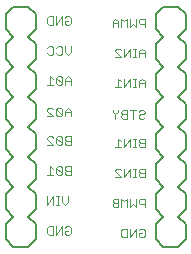
<source format=gbo>
G75*
%MOIN*%
%OFA0B0*%
%FSLAX24Y24*%
%IPPOS*%
%LPD*%
%AMOC8*
5,1,8,0,0,1.08239X$1,22.5*
%
%ADD10C,0.0030*%
%ADD11C,0.0080*%
D10*
X001536Y000633D02*
X001536Y000827D01*
X001585Y000875D01*
X001730Y000875D01*
X001730Y000585D01*
X001585Y000585D01*
X001536Y000633D01*
X001831Y000585D02*
X001831Y000875D01*
X002024Y000875D02*
X001831Y000585D01*
X002024Y000585D02*
X002024Y000875D01*
X002125Y000827D02*
X002174Y000875D01*
X002271Y000875D01*
X002319Y000827D01*
X002319Y000633D01*
X002271Y000585D01*
X002174Y000585D01*
X002125Y000633D01*
X002125Y000730D01*
X002222Y000730D01*
X002124Y001585D02*
X002027Y001682D01*
X002027Y001875D01*
X001926Y001875D02*
X001829Y001875D01*
X001878Y001875D02*
X001878Y001585D01*
X001926Y001585D02*
X001829Y001585D01*
X001730Y001585D02*
X001730Y001875D01*
X001536Y001585D01*
X001536Y001875D01*
X001536Y002585D02*
X001730Y002585D01*
X001633Y002585D02*
X001633Y002875D01*
X001730Y002778D01*
X001831Y002827D02*
X001831Y002633D01*
X001879Y002585D01*
X001976Y002585D01*
X002024Y002633D01*
X001831Y002827D01*
X001879Y002875D01*
X001976Y002875D01*
X002024Y002827D01*
X002024Y002633D01*
X002125Y002633D02*
X002125Y002682D01*
X002174Y002730D01*
X002319Y002730D01*
X002319Y002585D02*
X002174Y002585D01*
X002125Y002633D01*
X002174Y002730D02*
X002125Y002778D01*
X002125Y002827D01*
X002174Y002875D01*
X002319Y002875D01*
X002319Y002585D01*
X002221Y001875D02*
X002221Y001682D01*
X002124Y001585D01*
X002174Y003585D02*
X002319Y003585D01*
X002319Y003875D01*
X002174Y003875D01*
X002125Y003827D01*
X002125Y003778D01*
X002174Y003730D01*
X002319Y003730D01*
X002174Y003730D02*
X002125Y003682D01*
X002125Y003633D01*
X002174Y003585D01*
X002024Y003633D02*
X001831Y003827D01*
X001831Y003633D01*
X001879Y003585D01*
X001976Y003585D01*
X002024Y003633D01*
X002024Y003827D01*
X001976Y003875D01*
X001879Y003875D01*
X001831Y003827D01*
X001730Y003827D02*
X001681Y003875D01*
X001585Y003875D01*
X001536Y003827D01*
X001536Y003778D01*
X001730Y003585D01*
X001536Y003585D01*
X001536Y004535D02*
X001730Y004535D01*
X001536Y004728D01*
X001536Y004777D01*
X001585Y004825D01*
X001681Y004825D01*
X001730Y004777D01*
X001831Y004777D02*
X002024Y004583D01*
X001976Y004535D01*
X001879Y004535D01*
X001831Y004583D01*
X001831Y004777D01*
X001879Y004825D01*
X001976Y004825D01*
X002024Y004777D01*
X002024Y004583D01*
X002125Y004535D02*
X002125Y004728D01*
X002222Y004825D01*
X002319Y004728D01*
X002319Y004535D01*
X002319Y004680D02*
X002125Y004680D01*
X002125Y005585D02*
X002125Y005778D01*
X002222Y005875D01*
X002319Y005778D01*
X002319Y005585D01*
X002319Y005730D02*
X002125Y005730D01*
X002024Y005633D02*
X001831Y005827D01*
X001831Y005633D01*
X001879Y005585D01*
X001976Y005585D01*
X002024Y005633D01*
X002024Y005827D01*
X001976Y005875D01*
X001879Y005875D01*
X001831Y005827D01*
X001730Y005778D02*
X001633Y005875D01*
X001633Y005585D01*
X001730Y005585D02*
X001536Y005585D01*
X001585Y006585D02*
X001536Y006633D01*
X001585Y006585D02*
X001681Y006585D01*
X001730Y006633D01*
X001730Y006827D01*
X001681Y006875D01*
X001585Y006875D01*
X001536Y006827D01*
X001831Y006827D02*
X001879Y006875D01*
X001976Y006875D01*
X002024Y006827D01*
X002024Y006633D01*
X001976Y006585D01*
X001879Y006585D01*
X001831Y006633D01*
X002125Y006682D02*
X002125Y006875D01*
X002125Y006682D02*
X002222Y006585D01*
X002319Y006682D01*
X002319Y006875D01*
X002271Y007585D02*
X002174Y007585D01*
X002125Y007633D01*
X002125Y007730D01*
X002222Y007730D01*
X002319Y007633D02*
X002271Y007585D01*
X002319Y007633D02*
X002319Y007827D01*
X002271Y007875D01*
X002174Y007875D01*
X002125Y007827D01*
X002024Y007875D02*
X001831Y007585D01*
X001831Y007875D01*
X001730Y007875D02*
X001585Y007875D01*
X001536Y007827D01*
X001536Y007633D01*
X001585Y007585D01*
X001730Y007585D01*
X001730Y007875D01*
X002024Y007875D02*
X002024Y007585D01*
X003708Y007650D02*
X003901Y007650D01*
X003901Y007698D02*
X003804Y007795D01*
X003708Y007698D01*
X003708Y007505D01*
X003901Y007505D02*
X003901Y007698D01*
X004002Y007795D02*
X004002Y007505D01*
X004196Y007505D02*
X004196Y007795D01*
X004099Y007698D01*
X004002Y007795D01*
X004297Y007795D02*
X004297Y007505D01*
X004394Y007602D01*
X004490Y007505D01*
X004490Y007795D01*
X004592Y007747D02*
X004592Y007650D01*
X004640Y007602D01*
X004785Y007602D01*
X004785Y007505D02*
X004785Y007795D01*
X004640Y007795D01*
X004592Y007747D01*
X004688Y006795D02*
X004592Y006698D01*
X004592Y006505D01*
X004490Y006505D02*
X004394Y006505D01*
X004442Y006505D02*
X004442Y006795D01*
X004490Y006795D02*
X004394Y006795D01*
X004294Y006795D02*
X004100Y006505D01*
X004100Y006795D01*
X003999Y006747D02*
X003951Y006795D01*
X003854Y006795D01*
X003806Y006747D01*
X003806Y006698D01*
X003999Y006505D01*
X003806Y006505D01*
X004294Y006505D02*
X004294Y006795D01*
X004592Y006650D02*
X004785Y006650D01*
X004785Y006698D02*
X004688Y006795D01*
X004785Y006698D02*
X004785Y006505D01*
X004688Y005795D02*
X004592Y005698D01*
X004592Y005505D01*
X004490Y005505D02*
X004394Y005505D01*
X004442Y005505D02*
X004442Y005795D01*
X004490Y005795D02*
X004394Y005795D01*
X004294Y005795D02*
X004100Y005505D01*
X004100Y005795D01*
X003999Y005698D02*
X003903Y005795D01*
X003903Y005505D01*
X003999Y005505D02*
X003806Y005505D01*
X004294Y005505D02*
X004294Y005795D01*
X004592Y005650D02*
X004785Y005650D01*
X004785Y005698D02*
X004688Y005795D01*
X004785Y005698D02*
X004785Y005505D01*
X004737Y004745D02*
X004640Y004745D01*
X004592Y004697D01*
X004490Y004745D02*
X004297Y004745D01*
X004394Y004745D02*
X004394Y004455D01*
X004196Y004455D02*
X004196Y004745D01*
X004051Y004745D01*
X004002Y004697D01*
X004002Y004648D01*
X004051Y004600D01*
X004196Y004600D01*
X004196Y004455D02*
X004051Y004455D01*
X004002Y004503D01*
X004002Y004552D01*
X004051Y004600D01*
X003901Y004697D02*
X003804Y004600D01*
X003804Y004455D01*
X003804Y004600D02*
X003708Y004697D01*
X003708Y004745D01*
X003901Y004745D02*
X003901Y004697D01*
X004592Y004552D02*
X004592Y004503D01*
X004640Y004455D01*
X004737Y004455D01*
X004785Y004503D01*
X004737Y004600D02*
X004640Y004600D01*
X004592Y004552D01*
X004737Y004600D02*
X004785Y004648D01*
X004785Y004697D01*
X004737Y004745D01*
X004785Y003795D02*
X004640Y003795D01*
X004592Y003747D01*
X004592Y003698D01*
X004640Y003650D01*
X004785Y003650D01*
X004785Y003505D02*
X004640Y003505D01*
X004592Y003553D01*
X004592Y003602D01*
X004640Y003650D01*
X004785Y003505D02*
X004785Y003795D01*
X004490Y003795D02*
X004394Y003795D01*
X004442Y003795D02*
X004442Y003505D01*
X004490Y003505D02*
X004394Y003505D01*
X004294Y003505D02*
X004294Y003795D01*
X004100Y003505D01*
X004100Y003795D01*
X003999Y003698D02*
X003903Y003795D01*
X003903Y003505D01*
X003999Y003505D02*
X003806Y003505D01*
X003854Y002795D02*
X003951Y002795D01*
X003999Y002747D01*
X004100Y002795D02*
X004100Y002505D01*
X004294Y002795D01*
X004294Y002505D01*
X004394Y002505D02*
X004490Y002505D01*
X004442Y002505D02*
X004442Y002795D01*
X004490Y002795D02*
X004394Y002795D01*
X004592Y002747D02*
X004592Y002698D01*
X004640Y002650D01*
X004785Y002650D01*
X004785Y002505D02*
X004640Y002505D01*
X004592Y002553D01*
X004592Y002602D01*
X004640Y002650D01*
X004592Y002747D02*
X004640Y002795D01*
X004785Y002795D01*
X004785Y002505D01*
X004785Y001795D02*
X004640Y001795D01*
X004592Y001747D01*
X004592Y001650D01*
X004640Y001602D01*
X004785Y001602D01*
X004785Y001505D02*
X004785Y001795D01*
X004490Y001795D02*
X004490Y001505D01*
X004394Y001602D01*
X004297Y001505D01*
X004297Y001795D01*
X004196Y001795D02*
X004099Y001698D01*
X004002Y001795D01*
X004002Y001505D01*
X003901Y001505D02*
X003756Y001505D01*
X003708Y001553D01*
X003708Y001602D01*
X003756Y001650D01*
X003901Y001650D01*
X003901Y001505D02*
X003901Y001795D01*
X003756Y001795D01*
X003708Y001747D01*
X003708Y001698D01*
X003756Y001650D01*
X004196Y001505D02*
X004196Y001795D01*
X003999Y002505D02*
X003806Y002505D01*
X003999Y002505D02*
X003806Y002698D01*
X003806Y002747D01*
X003854Y002795D01*
X004051Y000795D02*
X004196Y000795D01*
X004196Y000505D01*
X004051Y000505D01*
X004002Y000553D01*
X004002Y000747D01*
X004051Y000795D01*
X004297Y000795D02*
X004297Y000505D01*
X004490Y000795D01*
X004490Y000505D01*
X004592Y000553D02*
X004592Y000650D01*
X004688Y000650D01*
X004592Y000553D02*
X004640Y000505D01*
X004737Y000505D01*
X004785Y000553D01*
X004785Y000747D01*
X004737Y000795D01*
X004640Y000795D01*
X004592Y000747D01*
D11*
X000400Y000190D02*
X000150Y000440D01*
X000150Y000940D01*
X000400Y001190D01*
X000150Y001440D01*
X000150Y001940D01*
X000400Y002190D01*
X000150Y002440D01*
X000150Y002940D01*
X000400Y003190D01*
X000150Y003440D01*
X000150Y003940D01*
X000400Y004190D01*
X000150Y004440D01*
X000150Y004940D01*
X000400Y005190D01*
X000150Y005440D01*
X000150Y005940D01*
X000400Y006190D01*
X000150Y006440D01*
X000150Y006940D01*
X000400Y007190D01*
X000150Y007440D01*
X000150Y007940D01*
X000400Y008190D01*
X000900Y008190D01*
X001150Y007940D01*
X001150Y007440D01*
X000900Y007190D01*
X001150Y006940D01*
X001150Y006440D01*
X000900Y006190D01*
X001150Y005940D01*
X001150Y005440D01*
X000900Y005190D01*
X001150Y004940D01*
X001150Y004440D01*
X000900Y004190D01*
X001150Y003940D01*
X001150Y003440D01*
X000900Y003190D01*
X001150Y002940D01*
X001150Y002440D01*
X000900Y002190D01*
X001150Y001940D01*
X001150Y001440D01*
X000900Y001190D01*
X001150Y000940D01*
X001150Y000440D01*
X000900Y000190D01*
X000400Y000190D01*
X005150Y000440D02*
X005150Y000940D01*
X005400Y001190D01*
X005150Y001440D01*
X005150Y001940D01*
X005400Y002190D01*
X005150Y002440D01*
X005150Y002940D01*
X005400Y003190D01*
X005150Y003440D01*
X005150Y003940D01*
X005400Y004190D01*
X005150Y004440D01*
X005150Y004940D01*
X005400Y005190D01*
X005150Y005440D01*
X005150Y005940D01*
X005400Y006190D01*
X005150Y006440D01*
X005150Y006940D01*
X005400Y007190D01*
X005150Y007440D01*
X005150Y007940D01*
X005400Y008190D01*
X005900Y008190D01*
X006150Y007940D01*
X006150Y007440D01*
X005900Y007190D01*
X006150Y006940D01*
X006150Y006440D01*
X005900Y006190D01*
X006150Y005940D01*
X006150Y005440D01*
X005900Y005190D01*
X006150Y004940D01*
X006150Y004440D01*
X005900Y004190D01*
X006150Y003940D01*
X006150Y003440D01*
X005900Y003190D01*
X006150Y002940D01*
X006150Y002440D01*
X005900Y002190D01*
X006150Y001940D01*
X006150Y001440D01*
X005900Y001190D01*
X006150Y000940D01*
X006150Y000440D01*
X005900Y000190D01*
X005400Y000190D01*
X005150Y000440D01*
M02*

</source>
